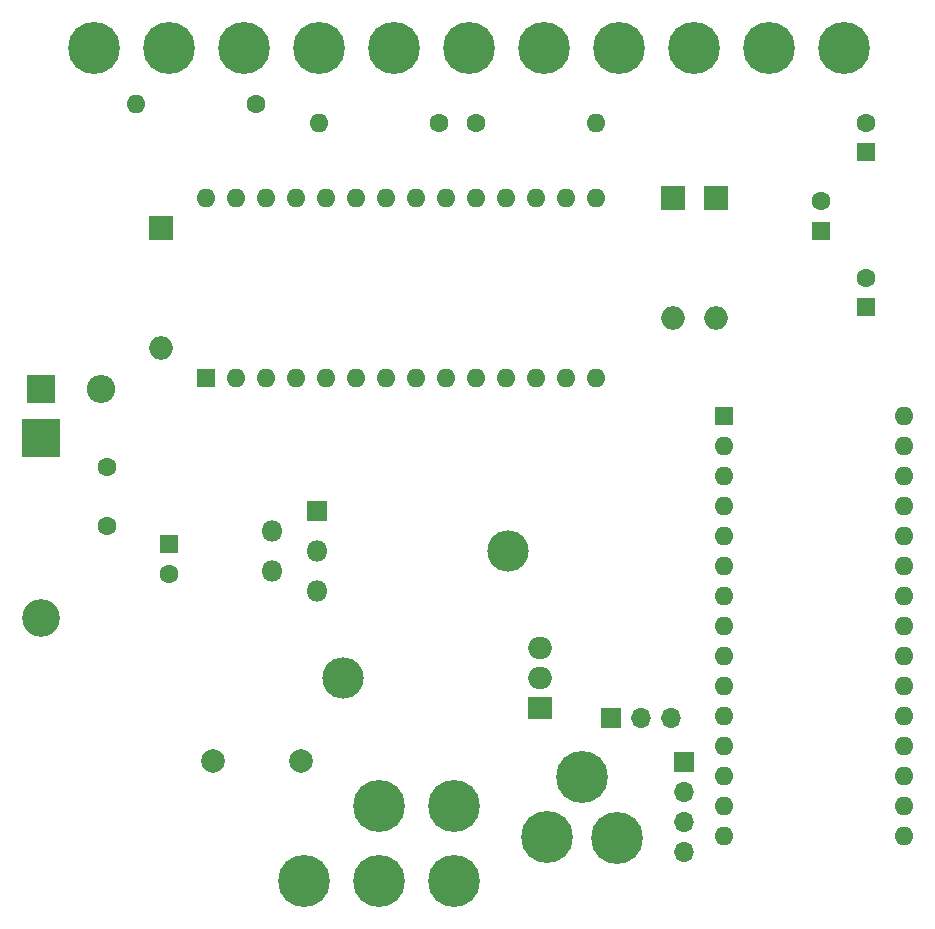
<source format=gbr>
%TF.GenerationSoftware,KiCad,Pcbnew,6.0.11+dfsg-1*%
%TF.CreationDate,2023-11-07T11:39:56+00:00*%
%TF.ProjectId,bb2a,62623261-2e6b-4696-9361-645f70636258,rev?*%
%TF.SameCoordinates,Original*%
%TF.FileFunction,Soldermask,Top*%
%TF.FilePolarity,Negative*%
%FSLAX46Y46*%
G04 Gerber Fmt 4.6, Leading zero omitted, Abs format (unit mm)*
G04 Created by KiCad (PCBNEW 6.0.11+dfsg-1) date 2023-11-07 11:39:56*
%MOMM*%
%LPD*%
G01*
G04 APERTURE LIST*
%ADD10R,1.600000X1.600000*%
%ADD11O,1.600000X1.600000*%
%ADD12C,1.600000*%
%ADD13R,2.000000X2.000000*%
%ADD14O,2.000000X2.000000*%
%ADD15C,0.700000*%
%ADD16C,4.400000*%
%ADD17R,2.400000X2.400000*%
%ADD18O,2.400000X2.400000*%
%ADD19O,3.500000X3.500000*%
%ADD20R,1.800000X1.800000*%
%ADD21O,1.800000X1.800000*%
%ADD22C,2.000000*%
%ADD23R,1.700000X1.700000*%
%ADD24O,1.700000X1.700000*%
%ADD25R,3.200000X3.200000*%
%ADD26O,3.200000X3.200000*%
%ADD27R,2.000000X1.905000*%
%ADD28O,2.000000X1.905000*%
G04 APERTURE END LIST*
D10*
%TO.C,U3*%
X130185000Y-100970000D03*
D11*
X132725000Y-100970000D03*
X135265000Y-100970000D03*
X137805000Y-100970000D03*
X140345000Y-100970000D03*
X142885000Y-100970000D03*
X145425000Y-100970000D03*
X147965000Y-100970000D03*
X150505000Y-100970000D03*
X153045000Y-100970000D03*
X155585000Y-100970000D03*
X158125000Y-100970000D03*
X160665000Y-100970000D03*
X163205000Y-100970000D03*
X163205000Y-85730000D03*
X160665000Y-85730000D03*
X158125000Y-85730000D03*
X155585000Y-85730000D03*
X153045000Y-85730000D03*
X150505000Y-85730000D03*
X147965000Y-85730000D03*
X145425000Y-85730000D03*
X142885000Y-85730000D03*
X140345000Y-85730000D03*
X137805000Y-85730000D03*
X135265000Y-85730000D03*
X132725000Y-85730000D03*
X130185000Y-85730000D03*
%TD*%
D10*
%TO.C,C5*%
X182245000Y-88474280D03*
D12*
X182245000Y-85974280D03*
%TD*%
D10*
%TO.C,C4*%
X186055000Y-94959520D03*
D12*
X186055000Y-92459520D03*
%TD*%
D10*
%TO.C,C6*%
X186055000Y-81827380D03*
D12*
X186055000Y-79327380D03*
%TD*%
D13*
%TO.C,D3*%
X173355000Y-85725000D03*
D14*
X173355000Y-95885000D03*
%TD*%
D15*
%TO.C,H20*%
X165000000Y-138250000D03*
X163350000Y-139900000D03*
X163833274Y-141066726D03*
X166650000Y-139900000D03*
X163833274Y-138733274D03*
X166166726Y-138733274D03*
X166166726Y-141066726D03*
D16*
X165000000Y-139900000D03*
D15*
X165000000Y-141550000D03*
%TD*%
%TO.C,H5*%
X144883274Y-71858274D03*
D16*
X146050000Y-73025000D03*
D15*
X147700000Y-73025000D03*
X144400000Y-73025000D03*
X146050000Y-74675000D03*
X147216726Y-71858274D03*
X147216726Y-74191726D03*
X144883274Y-74191726D03*
X146050000Y-71375000D03*
%TD*%
D17*
%TO.C,C2*%
X116205000Y-101854000D03*
D18*
X121285000Y-101854000D03*
%TD*%
D19*
%TO.C,U1*%
X155725000Y-115570000D03*
D20*
X139545000Y-112170000D03*
D21*
X135745000Y-113870000D03*
X139545000Y-115570000D03*
X135745000Y-117270000D03*
X139545000Y-118970000D03*
%TD*%
D15*
%TO.C,H17*%
X139596726Y-142333274D03*
X139596726Y-144666726D03*
X136780000Y-143500000D03*
X138430000Y-145150000D03*
X140080000Y-143500000D03*
X138430000Y-141850000D03*
X137263274Y-144666726D03*
D16*
X138430000Y-143500000D03*
D15*
X137263274Y-142333274D03*
%TD*%
%TO.C,H9*%
X170283274Y-74191726D03*
X172616726Y-71858274D03*
X171450000Y-71375000D03*
X172616726Y-74191726D03*
X169800000Y-73025000D03*
X171450000Y-74675000D03*
D16*
X171450000Y-73025000D03*
D15*
X173100000Y-73025000D03*
X170283274Y-71858274D03*
%TD*%
%TO.C,H21*%
X160650000Y-139800000D03*
X160166726Y-138633274D03*
X160166726Y-140966726D03*
D16*
X159000000Y-139800000D03*
D15*
X157833274Y-140966726D03*
X157833274Y-138633274D03*
X159000000Y-138150000D03*
X157350000Y-139800000D03*
X159000000Y-141450000D03*
%TD*%
D12*
%TO.C,R2*%
X149860000Y-79375000D03*
D11*
X139700000Y-79375000D03*
%TD*%
D10*
%TO.C,A1*%
X174000000Y-104140000D03*
D11*
X174000000Y-106680000D03*
X174000000Y-109220000D03*
X174000000Y-111760000D03*
X174000000Y-114300000D03*
X174000000Y-116840000D03*
X174000000Y-119380000D03*
X174000000Y-121920000D03*
X174000000Y-124460000D03*
X174000000Y-127000000D03*
X174000000Y-129540000D03*
X174000000Y-132080000D03*
X174000000Y-134620000D03*
X174000000Y-137160000D03*
X174000000Y-139700000D03*
X189240000Y-139700000D03*
X189240000Y-137160000D03*
X189240000Y-134620000D03*
X189240000Y-132080000D03*
X189240000Y-129540000D03*
X189240000Y-127000000D03*
X189240000Y-124460000D03*
X189240000Y-121920000D03*
X189240000Y-119380000D03*
X189240000Y-116840000D03*
X189240000Y-114300000D03*
X189240000Y-111760000D03*
X189240000Y-109220000D03*
X189240000Y-106680000D03*
X189240000Y-104140000D03*
%TD*%
D15*
%TO.C,H16*%
X152296726Y-142343274D03*
X149963274Y-144676726D03*
X151130000Y-145160000D03*
X151130000Y-141860000D03*
X152296726Y-144676726D03*
D16*
X151130000Y-143510000D03*
D15*
X152780000Y-143510000D03*
X149963274Y-142343274D03*
X149480000Y-143510000D03*
%TD*%
%TO.C,H10*%
X178966726Y-71858274D03*
X178966726Y-74191726D03*
X177800000Y-74675000D03*
X179450000Y-73025000D03*
X176150000Y-73025000D03*
D16*
X177800000Y-73025000D03*
D15*
X176633274Y-71858274D03*
X177800000Y-71375000D03*
X176633274Y-74191726D03*
%TD*%
%TO.C,H2*%
X125833274Y-74191726D03*
X128166726Y-71858274D03*
D16*
X127000000Y-73025000D03*
D15*
X127000000Y-74675000D03*
X127000000Y-71375000D03*
X128650000Y-73025000D03*
X125833274Y-71858274D03*
X128166726Y-74191726D03*
X125350000Y-73025000D03*
%TD*%
%TO.C,H15*%
X145946726Y-135993274D03*
X143130000Y-137160000D03*
X143613274Y-135993274D03*
X146430000Y-137160000D03*
D16*
X144780000Y-137160000D03*
D15*
X144780000Y-138810000D03*
X144780000Y-135510000D03*
X145946726Y-138326726D03*
X143613274Y-138326726D03*
%TD*%
%TO.C,H19*%
X162000000Y-136400000D03*
X160833274Y-133583274D03*
X163650000Y-134750000D03*
X163166726Y-133583274D03*
X163166726Y-135916726D03*
D16*
X162000000Y-134750000D03*
D15*
X162000000Y-133100000D03*
X160350000Y-134750000D03*
X160833274Y-135916726D03*
%TD*%
%TO.C,H3*%
X133350000Y-71375000D03*
X133350000Y-74675000D03*
X132183274Y-71858274D03*
X134516726Y-71858274D03*
X131700000Y-73025000D03*
X134516726Y-74191726D03*
X132183274Y-74191726D03*
X135000000Y-73025000D03*
D16*
X133350000Y-73025000D03*
%TD*%
D12*
%TO.C,R3*%
X153035000Y-79375000D03*
D11*
X163195000Y-79375000D03*
%TD*%
D22*
%TO.C,L1*%
X138230000Y-133350000D03*
X130730000Y-133350000D03*
%TD*%
D23*
%TO.C,J2*%
X170650000Y-133450000D03*
D24*
X170650000Y-135990000D03*
X170650000Y-138530000D03*
X170650000Y-141070000D03*
%TD*%
D15*
%TO.C,H7*%
X157100000Y-73025000D03*
X158750000Y-71375000D03*
X159916726Y-74191726D03*
X160400000Y-73025000D03*
X159916726Y-71858274D03*
D16*
X158750000Y-73025000D03*
D15*
X158750000Y-74675000D03*
X157583274Y-74191726D03*
X157583274Y-71858274D03*
%TD*%
D23*
%TO.C,J1*%
X164420000Y-129750000D03*
D24*
X166960000Y-129750000D03*
X169500000Y-129750000D03*
%TD*%
D13*
%TO.C,D4*%
X169672000Y-85725000D03*
D14*
X169672000Y-95885000D03*
%TD*%
D10*
%TO.C,C1*%
X127000000Y-114996210D03*
D12*
X127000000Y-117496210D03*
%TD*%
D13*
%TO.C,D2*%
X126365000Y-88265000D03*
D14*
X126365000Y-98425000D03*
%TD*%
D25*
%TO.C,D1*%
X116205000Y-106045000D03*
D26*
X116205000Y-121285000D03*
%TD*%
D15*
%TO.C,H6*%
X153566726Y-74191726D03*
X152400000Y-74675000D03*
X154050000Y-73025000D03*
X152400000Y-71375000D03*
X151233274Y-71858274D03*
X153566726Y-71858274D03*
X151233274Y-74191726D03*
X150750000Y-73025000D03*
D16*
X152400000Y-73025000D03*
%TD*%
D12*
%TO.C,R1*%
X134366000Y-77724000D03*
D11*
X124206000Y-77724000D03*
%TD*%
D12*
%TO.C,C3*%
X121793000Y-108498000D03*
X121793000Y-113498000D03*
%TD*%
D15*
%TO.C,H4*%
X138533274Y-74191726D03*
X139700000Y-71375000D03*
X139700000Y-74675000D03*
D16*
X139700000Y-73025000D03*
D15*
X140866726Y-74191726D03*
X141350000Y-73025000D03*
X138050000Y-73025000D03*
X140866726Y-71858274D03*
X138533274Y-71858274D03*
%TD*%
%TO.C,H1*%
X120650000Y-74675000D03*
X121816726Y-74191726D03*
X121816726Y-71858274D03*
D16*
X120650000Y-73025000D03*
D15*
X119483274Y-71858274D03*
X119000000Y-73025000D03*
X120650000Y-71375000D03*
X119483274Y-74191726D03*
X122300000Y-73025000D03*
%TD*%
%TO.C,H8*%
X163933274Y-74191726D03*
X166266726Y-71858274D03*
X165100000Y-74675000D03*
X163933274Y-71858274D03*
X165100000Y-71375000D03*
X166266726Y-74191726D03*
X166750000Y-73025000D03*
D16*
X165100000Y-73025000D03*
D15*
X163450000Y-73025000D03*
%TD*%
D19*
%TO.C,U2*%
X141795000Y-126365000D03*
D27*
X158455000Y-128905000D03*
D28*
X158455000Y-126365000D03*
X158455000Y-123825000D03*
%TD*%
D15*
%TO.C,H11*%
X182983274Y-74191726D03*
X182500000Y-73025000D03*
X185800000Y-73025000D03*
X185316726Y-74191726D03*
X185316726Y-71858274D03*
X184150000Y-71375000D03*
X182983274Y-71858274D03*
X184150000Y-74675000D03*
D16*
X184150000Y-73025000D03*
%TD*%
D15*
%TO.C,H18*%
X146430000Y-143510000D03*
D16*
X144780000Y-143510000D03*
D15*
X145946726Y-144676726D03*
X143613274Y-144676726D03*
X143613274Y-142343274D03*
X145946726Y-142343274D03*
X144780000Y-141860000D03*
X144780000Y-145160000D03*
X143130000Y-143510000D03*
%TD*%
%TO.C,H14*%
X152296726Y-138326726D03*
X151130000Y-135510000D03*
X152780000Y-137160000D03*
X152296726Y-135993274D03*
X151130000Y-138810000D03*
X149963274Y-135993274D03*
D16*
X151130000Y-137160000D03*
D15*
X149963274Y-138326726D03*
X149480000Y-137160000D03*
%TD*%
M02*

</source>
